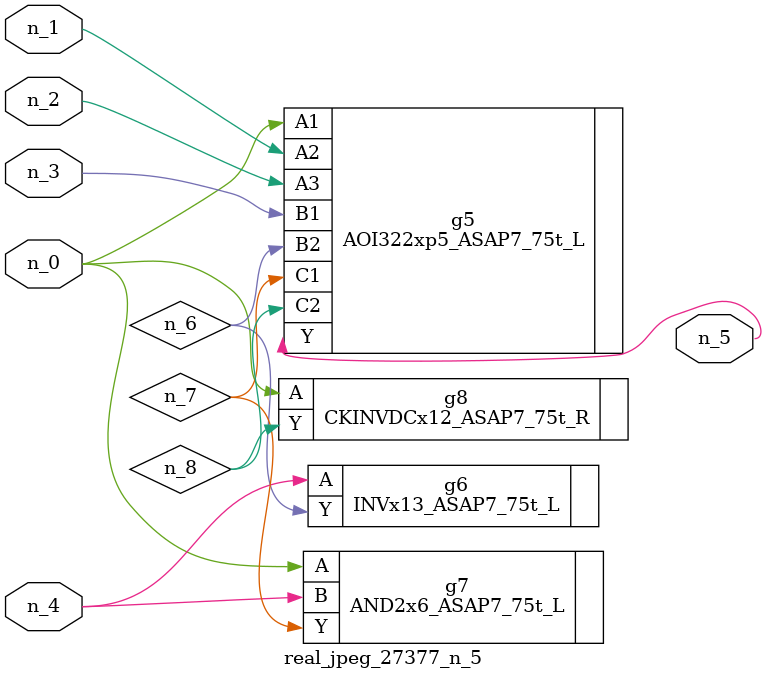
<source format=v>
module real_jpeg_27377_n_5 (n_4, n_0, n_1, n_2, n_3, n_5);

input n_4;
input n_0;
input n_1;
input n_2;
input n_3;

output n_5;

wire n_8;
wire n_6;
wire n_7;

AOI322xp5_ASAP7_75t_L g5 ( 
.A1(n_0),
.A2(n_1),
.A3(n_2),
.B1(n_3),
.B2(n_6),
.C1(n_7),
.C2(n_8),
.Y(n_5)
);

AND2x6_ASAP7_75t_L g7 ( 
.A(n_0),
.B(n_4),
.Y(n_7)
);

CKINVDCx12_ASAP7_75t_R g8 ( 
.A(n_0),
.Y(n_8)
);

INVx13_ASAP7_75t_L g6 ( 
.A(n_4),
.Y(n_6)
);


endmodule
</source>
